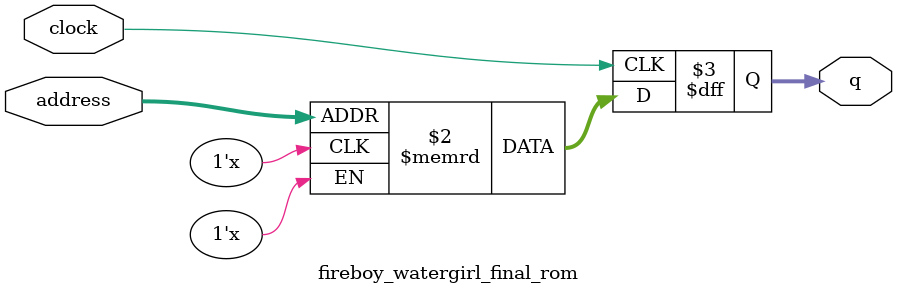
<source format=sv>
module fireboy_watergirl_final_rom (
	input logic clock,
	input logic [14:0] address,
	output logic [4:0] q
);

logic [4:0] memory [0:19199] /* synthesis ram_init_file = "./fireboy_watergirl_final/fireboy_watergirl_final.COE" */;

always_ff @ (posedge clock) begin
	q <= memory[address];
end

endmodule

</source>
